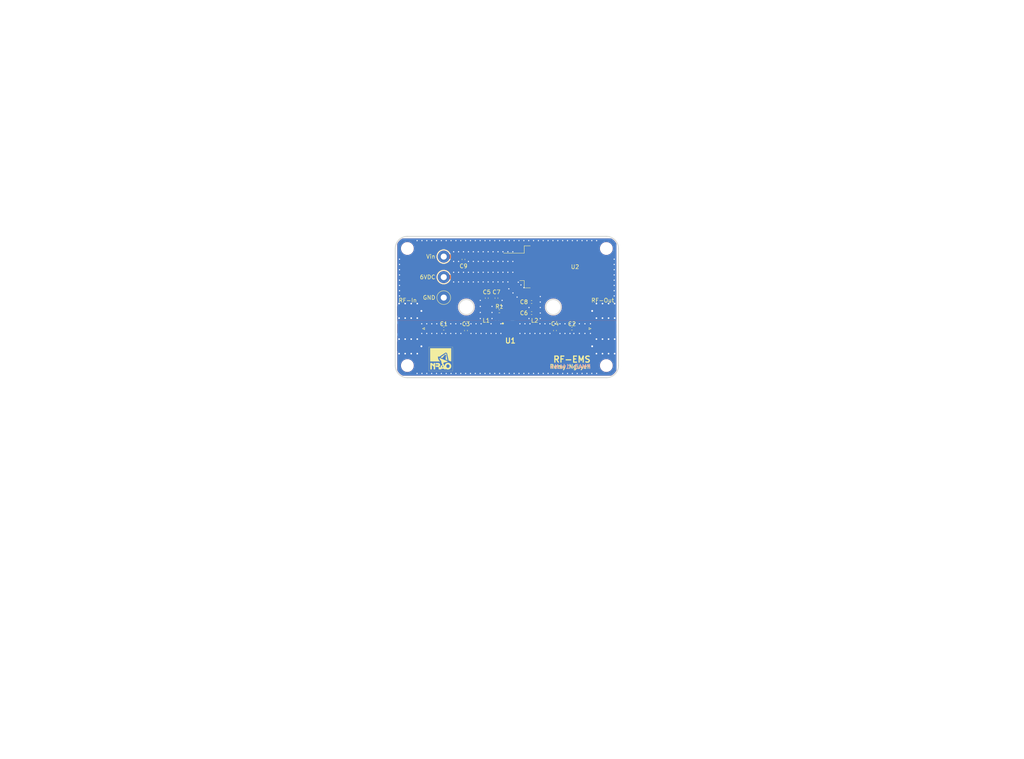
<source format=kicad_pcb>
(kicad_pcb (version 20221018) (generator pcbnew)
  (layers (0 "F.Cu" signal) (1 "In1.Cu" signal) (2 "In2.Cu" signal) (31 "B.Cu" signal) (34 "B.Paste" user) (35 "F.Paste" user) (36 "B.SilkS" user "B.Silkscreen") (37 "F.SilkS" user "F.Silkscreen") (38 "B.Mask" user) (39 "F.Mask" user) (44 "Edge.Cuts" user))
  (net 0 "")
  (net 1 "Net-(J1-In)")
  (net 2 "Net-(IC1-RF-IN)")
  (net 3 "Net-(IC1-RF-OUT_&_VDD)")
  (net 4 "Net-(J2-In)")
  (net 5 "GND")
  (net 6 "Net-(IC1-CURRENT_MIRROR)")
  (net 7 "6VDC")
  (net 8 "Vin")
  (footprint "Capacitor_SMD:C_0402_1005Metric" (layer "F.Cu") (at 122.85 94)
    (fp_text reference "C1" (at 0 -1.16) (layer "F.SilkS"))
    (fp_text value "0.01 uF")
    (pad "1" smd roundrect (at -0.48 0) (size 0.56 0.409) (layers "F.Cu" "F.Paste" "F.Mask") (net 1 "Net-(J1-In)"))
    (pad "2" smd roundrect (at 0.48 0) (size 0.56 0.409) (layers "F.Cu" "F.Paste" "F.Mask") (net 2 "Net-(IC1-RF-IN)"))
  )
  (footprint "Package_TO_SOT_SMD:TO-263-2" (layer "F.Cu") (at 147.6 78.7)
    (fp_text reference "U2" (at 7.75 0) (layer "F.SilkS"))
    (fp_text value "L7806")
    (pad "1" smd roundrect (at -7.65 -2.54) (size 4.6 1.1) (layers "F.Cu" "F.Paste" "F.Mask") (roundrect_rratio 0.2272727273) (net 8 "Vin"))
    (pad "2" smd roundrect (at -0.925 -2.775) (size 4.55 5.25) (layers "F.Cu" "F.Paste") (roundrect_rratio 0.05494505495) (net 5 "GND"))
    (pad "2" smd roundrect (at -0.925 2.775) (size 4.55 5.25) (layers "F.Cu" "F.Paste") (roundrect_rratio 0.05494505495) (net 5 "GND"))
    (pad "2" smd roundrect (at 1.5 0) (size 9.4 10.8) (layers "F.Cu" "F.Mask") (roundrect_rratio 0.02659595745) (net 5 "GND"))
    (pad "2" smd roundrect (at 3.925 -2.775) (size 4.55 5.25) (layers "F.Cu" "F.Paste") (roundrect_rratio 0.05494505495) (net 5 "GND"))
    (pad "2" smd roundrect (at 3.925 2.775) (size 4.55 5.25) (layers "F.Cu" "F.Paste") (roundrect_rratio 0.05494505495) (net 5 "GND"))
    (pad "3" smd roundrect (at -7.65 2.54) (size 4.6 1.1) (layers "F.Cu" "F.Paste" "F.Mask") (roundrect_rratio 0.2272727273) (net 7 "6VDC"))
  )
  (footprint "Capacitor_SMD:C_0402_1005Metric" (layer "F.Cu") (at 127.74 76.86 -90)
    (fp_text reference "C9" (at 1.65 0 -180) (layer "F.SilkS"))
    (fp_text value "0.33 uF")
    (pad "1" smd roundrect (at -0.48 0 270) (size 0.56 0.62) (layers "F.Cu" "F.Paste" "F.Mask") (net 8 "Vin"))
    (pad "2" smd roundrect (at 0.48 0 270) (size 0.56 0.62) (layers "F.Cu" "F.Paste" "F.Mask") (net 5 "GND"))
  )
  (footprint "Capacitor_SMD:C_0402_1005Metric" (layer "F.Cu") (at 144.6 90.15 180)
    (fp_text reference "C6" (at 1.9 0) (layer "F.SilkS"))
    (fp_text value "100 pF")
    (pad "1" smd roundrect (at -0.48 0 180) (size 0.56 0.62) (layers "F.Cu" "F.Paste" "F.Mask") (net 7 "6VDC"))
    (pad "2" smd roundrect (at 0.48 0 180) (size 0.56 0.62) (layers "F.Cu" "F.Paste" "F.Mask") (net 5 "GND"))
  )
  (footprint "Capacitor_SMD:C_0402_1005Metric" (layer "F.Cu") (at 133.5 86.45 -90)
    (fp_text reference "C5" (at -1.5 0 -180) (layer "F.SilkS"))
    (fp_text value "100 pF")
    (pad "1" smd roundrect (at -0.48 0 270) (size 0.56 0.62) (layers "F.Cu" "F.Paste" "F.Mask") (net 5 "GND"))
    (pad "2" smd roundrect (at 0.48 0 270) (size 0.56 0.62) (layers "F.Cu" "F.Paste" "F.Mask") (net 6 "Net-(IC1-CURRENT_MIRROR)"))
  )
  (footprint "TestPoint:TestPoint_Loop_D2.54mm_Drill1.5mm_Beaded" (layer "F.Cu") (at 122.85 86.32)
    (fp_text reference "GND" (at -2 0) (layer "F.SilkS") (effects (justify right)))
    (fp_text value "GND")
    (pad "1" thru_hole circle (at 0 0) (size 3 3) (drill 1.5) (layers "*.Cu" "*.Mask") (net 5 "GND"))
  )
  (footprint "Mini-Circuits:QFN51P300X300X89-13N" (layer "F.Cu") (at 139.35 94)
    (fp_text reference "U1" (at 0 3) (layer "F.SilkS") (effects (font (size 1.27 1.27) (thickness 0.254))))
    (fp_text value "PMA3-14LN+" hide)
    (pad "1" smd rect (at -1.45 -0.51 90) (size 0.25 0.85) (layers "F.Cu" "F.Paste" "F.Mask") (net 6 "Net-(IC1-CURRENT_MIRROR)"))
    (pad "2" smd rect (at -1.45 0 90) (size 0.25 0.85) (layers "F.Cu" "F.Paste" "F.Mask") (net 2 "Net-(IC1-RF-IN)"))
    (pad "3" smd rect (at -1.45 0.51 90) (size 0.25 0.85) (layers "F.Cu" "F.Paste" "F.Mask") (net 5 "GND"))
    (pad "4" smd rect (at -0.51 1.45) (size 0.25 0.85) (layers "F.Cu" "F.Paste" "F.Mask") (net 5 "GND"))
    (pad "5" smd rect (at 0 1.45) (size 0.25 0.85) (layers "F.Cu" "F.Paste" "F.Mask") (net 5 "GND"))
    (pad "6" smd rect (at 0.51 1.45) (size 0.25 0.85) (layers "F.Cu" "F.Paste" "F.Mask") (net 5 "GND"))
    (pad "7" smd rect (at 1.45 0.51 90) (size 0.25 0.85) (layers "F.Cu" "F.Paste" "F.Mask") (net 5 "GND"))
    (pad "8" smd rect (at 1.45 0 90) (size 0.25 0.85) (layers "F.Cu" "F.Paste" "F.Mask") (net 3 "Net-(IC1-RF-OUT_&_VDD)"))
    (pad "9" smd rect (at 1.45 -0.51 90) (size 0.25 0.85) (layers "F.Cu" "F.Paste" "F.Mask") (net 5 "GND"))
    (pad "10" smd rect (at 0.51 -1.45) (size 0.25 0.85) (layers "F.Cu" "F.Paste" "F.Mask"))
    (pad "11" smd rect (at 0 -1.45) (size 0.25 0.85) (layers "F.Cu" "F.Paste" "F.Mask") (net 5 "GND"))
    (pad "12" smd rect (at -0.51 -1.45) (size 0.25 0.85) (layers "F.Cu" "F.Paste" "F.Mask") (net 5 "GND"))
    (pad "13" smd rect (at 0 0) (size 1.45 1.45) (layers "F.Cu" "F.Paste" "F.Mask") (net 5 "GND"))
  )
  (footprint "Capacitor_SMD:C_0402_1005Metric" (layer "F.Cu") (at 150.38 94.48 90)
    (fp_text reference "C4" (at 1.68 0 180) (layer "F.SilkS"))
    (fp_text value "0.1 pF")
    (pad "1" smd roundrect (at -0.48 0 90) (size 0.56 0.62) (layers "F.Cu" "F.Paste" "F.Mask") (net 5 "GND"))
    (pad "2" smd roundrect (at 0.48 0 90) (size 0.409 0.62) (layers "F.Cu" "F.Paste" "F.Mask") (net 3 "Net-(IC1-RF-OUT_&_VDD)"))
  )
  (footprint "footprints:SMA_Molex_73251-1153_EdgeMount_Horizontal_TunedOSH" (layer "F.Cu") (at 161.31 94 180)
    (fp_text reference "RF-Out" (at -3.79 7) (layer "F.SilkS") (effects (justify right)))
    (fp_text value "Conn_Coaxial" hide)
    (pad "1" smd rect (at -1.72 0 180) (size 5.08 2.29) (layers "F.Cu" "F.Paste" "F.Mask") (net 4 "Net-(J2-In)") (clearance 0.6))
    (pad "2" smd rect (at -1.72 -4.38 180) (size 5.08 2.42) (layers "F.Cu" "F.Paste" "F.Mask") (net 5 "GND"))
    (pad "2" smd rect (at -1.72 -4.38 180) (size 5.08 2.42) (layers "B.Cu" "B.Paste" "B.Mask") (net 5 "GND"))
    (pad "2" smd rect (at -1.72 4.38 180) (size 5.08 2.42) (layers "F.Cu" "F.Paste" "F.Mask") (net 5 "GND"))
    (pad "2" smd rect (at -1.72 4.38 180) (size 5.08 2.42) (layers "B.Cu" "B.Paste" "B.Mask") (net 5 "GND"))
    (pad "2" smd rect (at 1.27 -4.38 180) (size 0.95 0.46) (layers "F.Cu") (net 5 "GND"))
    (pad "2" smd rect (at 1.27 -4.38 180) (size 0.95 0.46) (layers "B.Cu") (net 5 "GND"))
    (pad "2" smd rect (at 1.27 4.38 180) (size 0.95 0.46) (layers "F.Cu") (net 5 "GND"))
    (pad "2" smd rect (at 1.27 4.38 180) (size 0.95 0.46) (layers "B.Cu") (net 5 "GND"))
    (pad "2" thru_hole circle (at 1.72 -4.38 180) (size 0.97 0.97) (drill 0.46) (layers "*.Cu") (net 5 "GND"))
    (pad "2" thru_hole circle (at 1.72 4.38 180) (size 0.97 0.97) (drill 0.46) (layers "*.Cu") (net 5 "GND"))
  )
  (footprint "FabDrawingTemplates:FabDrawing-4Layer-Metric-Compact-OSH" (layer "F.Cu") (at 55.5 135.5)
    (fp_text reference " " hide)
    (fp_text value " " hide)
  )
  (footprint "Capacitor_SMD:C_0402_1005Metric" (layer "F.Cu") (at 128.35 94.48 90)
    (fp_text reference "C3" (at 1.63 0 180) (layer "F.SilkS"))
    (fp_text value "0.2 pF")
    (pad "1" smd roundrect (at -0.48 0 90) (size 0.56 0.62) (layers "F.Cu" "F.Paste" "F.Mask") (net 5 "GND"))
    (pad "2" smd roundrect (at 0.48 0 90) (size 0.409 0.62) (layers "F.Cu" "F.Paste" "F.Mask") (net 2 "Net-(IC1-RF-IN)"))
  )
  (footprint "TestPoint:TestPoint_Loop_D2.54mm_Drill1.5mm_Beaded" (layer "F.Cu") (at 122.85 81.24)
    (fp_text reference "6VDC" (at -2 0) (layer "F.SilkS") (effects (justify right)))
    (fp_text value "6VDC")
    (pad "1" thru_hole circle (at 0 0) (size 3 3) (drill 1.5) (layers "*.Cu" "*.Mask") (net 7 "6VDC"))
  )
  (footprint "MountingHole:MountingHole_2.7mm_M2.5" (layer "F.Cu") (at 163.1 103.15)
    (fp_text reference "REF**" hide)
    (fp_text value "MountingHole_2.7mm_M2.5" hide)
    (pad "" np_thru_hole circle (at 0 0) (size 2.7 2.7) (drill 2.7) (layers "*.Mask" "F.Cu" "In1.Cu" "In2.Cu" "B.Cu"))
  )
  (footprint "Capacitor_SMD:C_0402_1005Metric" (layer "F.Cu") (at 135.9 86.45 -90)
    (fp_text reference "C7" (at -1.5 0 -180) (layer "F.SilkS"))
    (fp_text value "0.1 uF")
    (pad "1" smd roundrect (at -0.48 0 270) (size 0.56 0.62) (layers "F.Cu" "F.Paste" "F.Mask") (net 5 "GND"))
    (pad "2" smd roundrect (at 0.48 0 270) (size 0.56 0.62) (layers "F.Cu" "F.Paste" "F.Mask") (net 6 "Net-(IC1-CURRENT_MIRROR)"))
  )
  (footprint "Capacitor_SMD:C_0402_1005Metric" (layer "F.Cu") (at 154.58 94)
    (fp_text reference "C2" (at 0 -1.16) (layer "F.SilkS"))
    (fp_text value "0.01 uF")
    (pad "1" smd roundrect (at -0.48 0) (size 0.56 0.409) (layers "F.Cu" "F.Paste" "F.Mask") (net 3 "Net-(IC1-RF-OUT_&_VDD)"))
    (pad "2" smd roundrect (at 0.48 0) (size 0.56 0.409) (layers "F.Cu" "F.Paste" "F.Mask") (net 4 "Net-(J2-In)"))
  )
  (footprint "Resistor_SMD:R_0402_1005Metric" (layer "F.Cu") (at 136.61 89.7)
    (fp_text reference "R1" (at 0 -1.17) (layer "F.SilkS"))
    (fp_text value "510 Ω")
    (pad "1" smd roundrect (at -0.51 0) (size 0.54 0.64) (layers "F.Cu" "F.Paste" "F.Mask") (net 6 "Net-(IC1-CURRENT_MIRROR)"))
    (pad "2" smd roundrect (at 0.51 0) (size 0.54 0.64) (layers "F.Cu" "F.Paste" "F.Mask") (net 5 "GND"))
  )
  (footprint "Inductor_SMD:L_0402_1005Metric" (layer "F.Cu") (at 145.35 93.515 -90)
    (fp_text reference "L2" (at -1.525 0) (layer "F.SilkS"))
    (fp_text value "900 nH")
    (pad "1" smd rect (at -0.485 0 270) (size 0.59 0.64) (layers "F.Cu" "F.Paste" "F.Mask") (net 7 "6VDC"))
    (pad "2" smd roundrect (at 0.485 0 270) (size 0.409 0.64) (layers "F.Cu" "F.Paste" "F.Mask") (net 3 "Net-(IC1-RF-OUT_&_VDD)"))
  )
  (footprint "TestPoint:TestPoint_Loop_D2.54mm_Drill1.5mm_Beaded" (layer "F.Cu") (at 122.85 76.16)
    (fp_text reference "Vin" (at -2 0) (layer "F.SilkS") (effects (justify right)))
    (fp_text value "Vin")
    (pad "1" thru_hole circle (at 0 0) (size 3 3) (drill 1.5) (layers "*.Cu" "*.Mask") (net 8 "Vin"))
  )
  (footprint "Capacitor_SMD:C_0402_1005Metric" (layer "F.Cu") (at 144.6 87.4 180)
    (fp_text reference "C8" (at 1.9 0) (layer "F.SilkS"))
    (fp_text value "0.1 uf")
    (pad "1" smd roundrect (at -0.48 0 180) (size 0.56 0.62) (layers "F.Cu" "F.Paste" "F.Mask") (net 7 "6VDC"))
    (pad "2" smd roundrect (at 0.48 0 180) (size 0.56 0.62) (layers "F.Cu" "F.Paste" "F.Mask") (net 5 "GND"))
  )
  (footprint "footprints.pretty:nrao1_6mm_silk" (layer "F.Cu") (at 122.1 101.5)
    (fp_text reference "G***" hide)
    (fp_text value "LOGO" hide)
  )
  (footprint "Inductor_SMD:L_0402_1005Metric" (layer "F.Cu") (at 133.35 93.515 -90)
    (fp_text reference "L1" (at -1.535 0) (layer "F.SilkS"))
    (fp_text value "900 nH")
    (pad "1" smd rect (at -0.485 0 270) (size 0.59 0.64) (layers "F.Cu" "F.Paste" "F.Mask") (net 6 "Net-(IC1-CURRENT_MIRROR)"))
    (pad "2" smd roundrect (at 0.485 0 270) (size 0.409 0.64) (layers "F.Cu" "F.Paste" "F.Mask") (net 2 "Net-(IC1-RF-IN)"))
  )
  (footprint "MountingHole:MountingHole_2.7mm_M2.5" (layer "F.Cu") (at 163.1 74.15)
    (fp_text reference "REF**" hide)
    (fp_text value "MountingHole_2.7mm_M2.5" hide)
    (pad "" np_thru_hole circle (at 0 0) (size 2.7 2.7) (drill 2.7) (layers "*.Mask" "F.Cu" "In1.Cu" "In2.Cu" "B.Cu"))
  )
  (footprint "MountingHole:MountingHole_2.7mm_M2.5" (layer "F.Cu") (at 113.85 74.15)
    (fp_text reference "REF**" hide)
    (fp_text value "MountingHole_2.7mm_M2.5" hide)
    (pad "" np_thru_hole circle (at 0 0) (size 2.7 2.7) (drill 2.7) (layers "*.Mask" "F.Cu" "In1.Cu" "In2.Cu" "B.Cu"))
  )
  (footprint "imports:RF-DFS-GCPW-OSH" (layer "F.Cu") (at 207 147.5)
    (fp_text reference "" hide)
    (fp_text value "" hide)
  )
  (footprint "footprints:SMA_Molex_73251-1153_EdgeMount_Horizontal_TunedOSH" (layer "F.Cu") (at 115.6 94)
    (fp_text reference "RF-In" (at -4 -7) (layer "F.SilkS") (effects (justify left)))
    (fp_text value "Conn_Coaxial" hide)
    (pad "1" smd rect (at -1.72 0) (size 5.08 2.29) (layers "F.Cu" "F.Paste" "F.Mask") (net 1 "Net-(J1-In)") (clearance 0.6))
    (pad "2" smd rect (at -1.72 -4.38) (size 5.08 2.42) (layers "F.Cu" "F.Paste" "F.Mask") (net 5 "GND"))
    (pad "2" smd rect (at -1.72 -4.38) (size 5.08 2.42) (layers "B.Cu" "B.Paste" "B.Mask") (net 5 "GND"))
    (pad "2" smd rect (at -1.72 4.38) (size 5.08 2.42) (layers "F.Cu" "F.Paste" "F.Mask") (net 5 "GND"))
    (pad "2" smd rect (at -1.72 4.38) (size 5.08 2.42) (layers "B.Cu" "B.Paste" "B.Mask") (net 5 "GND"))
    (pad "2" smd rect (at 1.27 -4.38) (size 0.95 0.46) (layers "F.Cu") (net 5 "GND"))
    (pad "2" smd rect (at 1.27 -4.38) (size 0.95 0.46) (layers "B.Cu") (net 5 "GND"))
    (pad "2" smd rect (at 1.27 4.38) (size 0.95 0.46) (layers "F.Cu") (net 5 "GND"))
    (pad "2" smd rect (at 1.27 4.38) (size 0.95 0.46) (layers "B.Cu") (net 5 "GND"))
    (pad "2" thru_hole circle (at 1.72 -4.38) (size 0.97 0.97) (drill 0.46) (layers "*.Cu") (net 5 "GND"))
    (pad "2" thru_hole circle (at 1.72 4.38) (size 0.97 0.97) (drill 0.46) (layers "*.Cu") (net 5 "GND"))
  )
  (footprint "MountingHole:MountingHole_2.7mm_M2.5" (layer "F.Cu") (at 113.85 103.15)
    (fp_text reference "REF**" hide)
    (fp_text value "MountingHole_2.7mm_M2.5" hide)
    (pad "" np_thru_hole circle (at 0 0) (size 2.7 2.7) (drill 2.7) (layers "*.Cu" "*.Mask"))
  )
  (gr_arc (start 166.100001 103.150001) (mid 165.221321 105.271321) (end 163.100001 106.150001) (stroke (width 0.2)) (layer "Edge.Cuts"))
  (gr_line (start 166.1 88.65) (end 166.100001 74.149999) (stroke (width 0.2)) (layer "Edge.Cuts"))
  (gr_arc (start 110.85 74.15) (mid 111.72868 72.02868) (end 113.85 71.15) (stroke (width 0.2)) (layer "Edge.Cuts"))
  (gr_line (start 163.100001 71.149999) (end 113.85 71.15) (stroke (width 0.2)) (layer "Edge.Cuts"))
  (gr_arc (start 163.100001 71.149999) (mid 165.221321 72.028679) (end 166.100001 74.149999) (stroke (width 0.2)) (layer "Edge.Cuts"))
  (gr_line (start 166.100001 103.150001) (end 166.1 88.65) (stroke (width 0.2)) (layer "Edge.Cuts"))
  (gr_line (start 113.849999 106.150001) (end 163.100001 106.150001) (stroke (width 0.2)) (layer "Edge.Cuts"))
  (gr_line (start 110.85 74.15) (end 110.85 88.65) (stroke (width 0.2)) (layer "Edge.Cuts"))
  (gr_circle (center 128.4531 88.65) (end 130.32 88.65) (stroke (width 0.2)) (fill none) (layer "Edge.Cuts"))
  (gr_arc (start 113.849999 106.150001) (mid 111.728679 105.271321) (end 110.849999 103.150001) (stroke (width 0.2)) (layer "Edge.Cuts"))
  (gr_circle (center 149.975486 88.65) (end 151.842386 88.65) (stroke (width 0.2)) (fill none) (layer "Edge.Cuts"))
  (gr_line (start 110.85 88.65) (end 110.849999 103.150001) (stroke (width 0.2)) (layer "Edge.Cuts"))
  (gr_text "PMA3-14LN+" (at 159.35 104) (layer "B.SilkS") (effects (font (size 1 1) (thickness 0.2) bold) (justify left bottom mirror)))
  (gr_text "RF-EMS" (at 159.35 102.5) (layer "F.SilkS") (effects (font (size 1.5 1.5) (thickness 0.3) bold) (justify right bottom)))
  (gr_text "Remy Nguyen" (at 159.35 104) (layer "F.SilkS") (effects (font (size 1 1) (thickness 0.2) bold) (justify right bottom)))
  (segment (start 113.67 94) (end 122.37 94) (width 0.409) (layer "F.Cu") (net 1))
  (segment (start 137.9 94) (end 137.47 94) (width 0.25) (layer "F.Cu") (net 2))
  (segment (start 123.33 94) (end 133.35 94) (width 0.409) (layer "F.Cu") (net 2))
  (segment (start 133.35 94) (end 137 94) (width 0.409) (layer "F.Cu") (net 2))
  (segment (start 140.8 94) (end 141.23 94) (width 0.25) (layer "F.Cu") (net 3))
  (segment (start 154.1 94) (end 141.71 94) (width 0.409) (layer "F.Cu") (net 3))
  (segment (start 163.28 94) (end 155.06 94) (width 0.409) (layer "F.Cu") (net 4))
  (segment (start 149.31 75) (end 149.35 75.04) (width 0.25) (layer "F.Cu") (net 5))
  (via (at 137.87439 105.1) (size 0.6) (drill 0.3) (layers "F.Cu" "B.Cu") (net 5))
  (via (at 154.1 95.2) (size 0.6) (drill 0.3) (layers "F.Cu" "B.Cu") (net 5))
  (via (at 130.667073 105.1) (size 0.6) (drill 0.3) (layers "F.Cu" "B.Cu") (net 5))
  (via (at 152.861 92.8) (size 0.6) (drill 0.3) (layers "F.Cu" "B.Cu") (net 5))
  (via (at 159.17 95.2) (size 0.6) (drill 0.3) (layers "F.Cu" "B.Cu") (net 5))
  (via (at 162.15 91.4) (size 0.8) (drill 0.4) (layers "F.Cu" "B.Cu") (net 5))
  (via (at 134.268292 72.2) (size 0.6) (drill 0.3) (layers "F.Cu" "B.Cu") (net 5))
  (via (at 156.43 92.8) (size 0.6) (drill 0.3) (layers "F.Cu" "B.Cu") (net 5))
  (via (at 131.4 74.96) (size 0.6) (drill 0.3) (layers "F.Cu" "B.Cu") (net 5))
  (via (at 152.861 95.2) (size 0.6) (drill 0.3) (layers "F.Cu" "B.Cu") (net 5))
  (via (at 124.658536 72.2) (size 0.6) (drill 0.3) (layers "F.Cu" "B.Cu") (net 5))
  (via (at 113.3 100.2) (size 0.8) (drill 0.4) (layers "F.Cu" "B.Cu") (net 5))
  (via (at 123.457317 72.2) (size 0.6) (drill 0.3) (layers "F.Cu" "B.Cu") (net 5))
  (via (at 154.691463 105.1) (size 0.6) (drill 0.3) (layers "F.Cu" "B.Cu") (net 5))
  (via (at 137.3 87) (size 0.6) (drill 0.3) (layers "F.Cu" "B.Cu") (net 5))
  (via (at 147.905 95.2) (size 0.6) (drill 0.3) (layers "F.Cu" "B.Cu") (net 5))
  (via (at 122.37 92.8) (size 0.6) (drill 0.3) (layers "F.Cu" "B.Cu") (net 5))
  (via (at 163.65 96.6) (size 0.8) (drill 0.4) (layers "F.Cu" "B.Cu") (net 5))
  (via (at 126.514285 74.96) (size 0.6) (drill 0.3) (layers "F.Cu" "B.Cu") (net 5))
  (via (at 136.285714 80.04) (size 0.6) (drill 0.3) (layers "F.Cu" "B.Cu") (net 5))
  (via (at 117.451219 72.2) (size 0.6) (drill 0.3) (layers "F.Cu" "B.Cu") (net 5))
  (via (at 143.880487 105.1) (size 0.6) (drill 0.3) (layers "F.Cu" "B.Cu") (net 5))
  (via (at 165.05 85.9) (size 0.6) (drill 0.3) (layers "F.Cu" "B.Cu") (net 5))
  (via (at 122.256097 72.2) (size 0.6) (drill 0.3) (layers "F.Cu" "B.Cu") (net 5))
  (via (at 136.285714 77.36) (size 0.6) (drill 0.3) (layers "F.Cu" "B.Cu") (net 5))
  (via (at 127.063414 105.1) (size 0.6) (drill 0.3) (layers "F.Cu" "B.Cu") (net 5))
  (via (at 138.728571 82.44) (size 0.6) (drill 0.3) (layers "F.Cu" "B.Cu") (net 5))
  (via (at 146.75 88.775) (size 0.6) (drill 0.3) (layers "F.Cu" "B.Cu") (net 5))
  (via (at 132.0975 95.2) (size 0.6) (drill 0.3) (layers "F.Cu" "B.Cu") (net 5))
  (via (at 131.868292 105.1) (size 0.6) (drill 0.3) (layers "F.Cu" "B.Cu") (net 5))
  (via (at 131.9 87) (size 0.6) (drill 0.3) (layers "F.Cu" "B.Cu") (net 5))
  (via (at 143.878048 72.2) (size 0.6) (drill 0.3) (layers "F.Cu" "B.Cu") (net 5))
  (via (at 149.884146 72.2) (size 0.6) (drill 0.3) (layers "F.Cu" "B.Cu") (net 5))
  (via (at 130.845 95.2) (size 0.6) (drill 0.3) (layers "F.Cu" "B.Cu") (net 5))
  (via (at 142.7 83.85) (size 0.6) (drill 0.3) (layers "F.Cu" "B.Cu") (net 5))
  (via (at 146.75 91.5) (size 0.6) (drill 0.3) (layers "F.Cu" "B.Cu") (net 5))
  (via (at 116.25 72.2) (size 0.6) (drill 0.3) (layers "F.Cu" "B.Cu") (net 5))
  (via (at 134.8 90) (size 0.6) (drill 0.3) (layers "F.Cu" "B.Cu") (net 5))
  (via (at 134.8 91.5) (size 0.6) (drill 0.3) (layers "F.Cu" "B.Cu") (net 5))
  (via (at 117.398571 92.8) (size 0.6) (drill 0.3) (layers "F.Cu" "B.Cu") (net 5))
  (via (at 148.682926 72.2) (size 0.6) (drill 0.3) (layers "F.Cu" "B.Cu") (net 5))
  (via (at 128.957142 74.96) (size 0.6) (drill 0.3) (layers "F.Cu" "B.Cu") (net 5))
  (via (at 138.728571 74.96) (size 0.6) (drill 0.3) (layers "F.Cu" "B.Cu") (net 5))
  (via (at 132.0975 92.8) (size 0.6) (drill 0.3) (layers "F.Cu" "B.Cu") (net 5))
  (via (at 129.465853 105.1) (size 0.6) (drill 0.3) (layers "F.Cu" "B.Cu") (net 5))
  (via (at 122.258536 105.1) (size 0.6) (drill 0.3) (layers "F.Cu" "B.Cu") (net 5))
  (via (at 119.884285 95.2) (size 0.6) (drill 0.3) (layers "F.Cu" "B.Cu") (net 5))
  (via (at 165.15 87.8) (size 0.8) (drill 0.4) (layers "F.Cu" "B.Cu") (net 5))
  (via (at 126.514285 80.04) (size 0.6) (drill 0.3) (layers "F.Cu" "B.Cu") (net 5))
  (via (at 125.859756 72.2) (size 0.6) (drill 0.3) (layers "F.Cu" "B.Cu") (net 5))
  (via (at 152.286585 72.2) (size 0.6) (drill 0.3) (layers "F.Cu" "B.Cu") (net 5))
  (via (at 131.4 82.44) (size 0.6) (drill 0.3) (layers "F.Cu" "B.Cu") (net 5))
  (via (at 157.091463 72.2) (size 0.6) (drill 0.3) (layers "F.Cu" "B.Cu") (net 5))
  (via (at 127.735714 74.96) (size 0.6) (drill 0.3) (layers "F.Cu" "B.Cu") (net 5))
  (via (at 127.0875 92.8) (size 0.6) (drill 0.3) (layers "F.Cu" "B.Cu") (net 5))
  (via (at 139.07317 72.2) (size 0.6) (drill 0.3) (layers "F.Cu" "B.Cu") (net 5))
  (via (at 111.8 91.4) (size 0.8) (drill 0.4) (layers "F.Cu" "B.Cu") (net 5))
  (via (at 135.064285 74.96) (size 0.6) (drill 0.3) (layers "F.Cu" "B.Cu") (net 5))
  (via (at 135.064285 82.44) (size 0.6) (drill 0.3) (layers "F.Cu" "B.Cu") (net 5))
  (via (at 153.487804 72.2) (size 0.6) (drill 0.3) (layers "F.Cu" "B.Cu") (net 5))
  (via (at 151.622 92.8) (size 0.6) (drill 0.3) (layers "F.Cu" "B.Cu") (net 5))
  (via (at 130.845 92.8) (size 0.6) (drill 0.3) (layers "F.Cu" "B.Cu") (net 5))
  (via (at 131.4 77.36) (size 0.6) (drill 0.3) (layers "F.Cu" "B.Cu") (net 5))
  (via (at 119.884285 92.8) (size 0.6) (drill 0.3) (layers "F.Cu" "B.Cu") (net 5))
  (via (at 125.292857 82.44) (size 0.6) (drill 0.3) (layers "F.Cu" "B.Cu") (net 5))
  (via (at 134.566666 95.2) (size 0.6) (drill 0.3) (layers "F.Cu" "B.Cu") (net 5))
  (via (at 149.886585 105.1) (size 0.6) (drill 0.3) (layers "F.Cu" "B.Cu") (net 5))
  (via (at 135.471951 105.1) (size 0.6) (drill 0.3) (layers "F.Cu" "B.Cu") (net 5))
  (via (at 114.8 87.8) (size 0.8) (drill 0.4) (layers "F.Cu" "B.Cu") (net 5))
  (via (at 130.178571 77.36) (size 0.6) (drill 0.3) (layers "F.Cu" "B.Cu") (net 5))
  (via (at 165.05 79.4) (size 0.6) (drill 0.3) (layers "F.Cu" "B.Cu") (net 5))
  (via (at 133.35 95.2) (size 0.6) (drill 0.3) (layers "F.Cu" "B.Cu") (net 5))
  (via (at 121.127142 92.8) (size 0.6) (drill 0.3) (layers "F.Cu" "B.Cu") (net 5))
  (via (at 121.057317 105.1) (size 0.6) (drill 0.3) (layers "F.Cu" "B.Cu") (net 5))
  (via (at 133.067073 72.2) (size 0.6) (drill 0.3) (layers "F.Cu" "B.Cu") (net 5))
  (via (at 111.9 80.7) (size 0.6) (drill 0.3) (layers "F.Cu" "B.Cu") (net 5))
  (via (at 128.957142 82.44) (size 0.6) (drill 0.3) (layers "F.Cu" "B.Cu") (net 5))
  (via (at 125.292857 77.36) (size 0.6) (drill 0.3) (layers "F.Cu" "B.Cu") (net 5))
  (via (at 141.3 82.5) (size 0.6) (drill 0.3) (layers "F.Cu" "B.Cu") (net 5))
  (via (at 141.71 92.8) (size 0.6) (drill 0.3) (layers "F.Cu" "B.Cu") (net 5))
  (via (at 139.075609 105.1) (size 0.6) (drill 0.3) (layers "F.Cu" "B.Cu") (net 5))
  (via (at 138.728571 80.04) (size 0.6) (drill 0.3) (layers "F.Cu" "B.Cu") (net 5))
  (via (at 135.064285 80.04) (size 0.6) (drill 0.3) (layers "F.Cu" "B.Cu") (net 5))
  (via (at 132.621428 82.44) (size 0.6) (drill 0.3) (layers "F.Cu" "B.Cu") (net 5))
  (via (at 137.507142 80.04) (size 0.6) (drill 0.3) (layers "F.Cu" "B.Cu") (net 5))
  (via (at 146.666 95.2) (size 0.6) (drill 0.3) (layers "F.Cu" "B.Cu") (net 5))
  (via (at 154.1 92.8) (size 0.6) (drill 0.3) (layers "F.Cu" "B.Cu") (net 5))
  (via (at 122.37 95.2) (size 0.6) (drill 0.3) (layers "F.Cu" "B.Cu") (net 5))
  (via (at 126.514285 82.44) (size 0.6) (drill 0.3) (layers "F.Cu" "B.Cu") (net 5))
  (via (at 145.427 95.2) (size 0.6) (drill 0.3) (layers "F.Cu" "B.Cu") (net 5))
  (via (at 130.664634 72.2) (size 0.6) (drill 0.3) (layers "F.Cu" "B.Cu") (net 5))
  (via (at 125.835 92.8) (size 0.6) (drill 0.3) (layers "F.Cu" "B.Cu") (net 5))
  (via (at 123.33 95.2) (size 0.6) (drill 0.3) (layers "F.Cu" "B.Cu") (net 5))
  (via (at 135.783333 95.2) (size 0.6) (drill 0.3) (layers "F.Cu" "B.Cu") (net 5))
  (via (at 144.188 95.2) (size 0.6) (drill 0.3) (layers "F.Cu" "B.Cu") (net 5))
  (via (at 156.43 95.2) (size 0.6) (drill 0.3) (layers "F.Cu" "B.Cu") (net 5))
  (via (at 146.280487 72.2) (size 0.6) (drill 0.3) (layers "F.Cu" "B.Cu") (net 5))
  (via (at 155.890243 72.2) (size 0.6) (drill 0.3) (layers "F.Cu" "B.Cu") (net 5))
  (via (at 113.3 96.6) (size 0.8) (drill 0.4) (layers "F.Cu" "B.Cu") (net 5))
  (via (at 132.621428 74.96) (size 0.6) (drill 0.3) (layers "F.Cu" "B.Cu") (net 5))
  (via (at 126.514285 77.36) (size 0.6) (drill 0.3) (layers "F.Cu" "B.Cu") (net 5))
  (via (at 139.985051 85.164949) (size 0.6) (drill 0.3) (layers "F.Cu" "B.Cu") (net 5))
  (via (at 131.865853 72.2) (size 0.6) (drill 0.3) (layers "F.Cu" "B.Cu") (net 5))
  (via (at 111.8 100.2) (size 0.8) (drill 0.4) (layers "F.Cu" "B.Cu") (net 5))
  (via (at 136.285714 82.44) (size 0.6) (drill 0.3) (layers "F.Cu" "B.Cu") (net 5))
  (via (at 145.079268 72.2) (size 0.6) (drill 0.3) (layers "F.Cu" "B.Cu") (net 5))
  (via (at 153.490243 105.1) (size 0.6) (drill 0.3) (layers "F.Cu" "B.Cu") (net 5))
  (via (at 125.292857 80.04) (size 0.6) (drill 0.3) (layers "F.Cu" "B.Cu") (net 5))
  (via (at 111.9 83.3) (size 0.6) (drill 0.3) (layers "F.Cu" "B.Cu") (net 5))
  (via (at 165.15 91.4) (size 0.8) (drill 0.4) (layers "F.Cu" "B.Cu") (net 5))
  (via (at 129.5925 95.2) (size 0.6) (drill 0.3) (layers "F.Cu" "B.Cu") (net 5))
  (via (at 157.8 92.8) (size 0.6) (drill 0.3) (layers "F.Cu" "B.Cu") (net 5))
  (via (at 116.252439 105.1) (size 0.6) (drill 0.3) (layers "F.Cu" "B.Cu") (net 5))
  (via (at 141.010051 86.189949) (size 0.6) (drill 0.3) (layers "F.Cu" "B.Cu") (net 5))
  (via (at 155.06 92.8) (size 0.6) (drill 0.3) (layers "F.Cu" "B.Cu") (net 5))
  (via (at 151.087804 105.1) (size 0.6) (drill 0.3) (layers "F.Cu" "B.Cu") (net 5))
  (via (at 146.666 92.8) (size 0.6) (drill 0.3) (layers "F.Cu" "B.Cu") (net 5))
  (via (at 149.144 92.8) (size 0.6) (drill 0.3) (layers "F.Cu" "B.Cu") (net 5))
  (via (at 133.069512 105.1) (size 0.6) (drill 0.3) (layers "F.Cu" "B.Cu") (net 5))
  (via (at 130.178571 74.96) (size 0.6) (drill 0.3) (layers "F.Cu" "B.Cu") (net 5))
  (via (at 131.9 91.5) (size 0.6) (drill 0.3) (layers "F.Cu" "B.Cu") (net 5))
  (via (at 137 95.2) (size 0.6) (drill 0.3) (layers "F.Cu" "B.Cu") (net 5))
  (via (at 142.676829 72.2) (size 0.6) (drill 0.3) (layers "F.Cu" "B.Cu") (net 5))
  (via (at 118.652439 72.2) (size 0.6) (drill 0.3) (layers "F.Cu" "B.Cu") (net 5))
  (via (at 114.8 91.4) (size 0.8) (drill 0.4) (layers "F.Cu" "B.Cu") (net 5))
  (via (at 142.679268 105.1) (size 0.6) (drill 0.3) (layers "F.Cu" "B.Cu") (net 5))
  (via (at 124.5825 95.2) (size 0.6) (drill 0.3) (layers "F.Cu" "B.Cu") (net 5))
  (via (at 165.05 80.7) (size 0.6) (drill 0.3) (layers "F.Cu" "B.Cu") (net 5))
  (via (at 132.621428 77.36) (size 0.6) (drill 0.3) (layers "F.Cu" "B.Cu") (net 5))
  (via (at 158.292682 72.2) (size 0.6) (drill 0.3) (layers "F.Cu" "B.Cu") (net 5))
  (via (at 125.862195 105.1) (size 0.6) (drill 0.3) (layers "F.Cu" "B.Cu") (net 5))
  (via (at 160.65 100.2) (size 0.8) (drill 0.4) (layers "F.Cu" "B.Cu") (net 5))
  (via (at 141.475609 72.2) (size 0.6) (drill 0.3) (layers "F.Cu" "B.Cu") (net 5))
  (via (at 160.65 87.8) (size 0.8) (drill 0.4) (layers "F.Cu" "B.Cu") (net 5))
  (via (at 137 92.8) (size 0.6) (drill 0.3) (layers "F.Cu" "B.Cu") (net 5))
  (via (at 134.566666 92.8) (size 0.6) (drill 0.3) (layers "F.Cu" "B.Cu") (net 5))
  (via (at 138.960051 84.139949) (size 0.6) (drill 0.3) (layers "F.Cu" "B.Cu") (net 5))
  (via (at 160.695121 72.2) (size 0.6) (drill 0.3) (layers "F.Cu" "B.Cu") (net 5))
  (via (at 123.459756 105.1) (size 0.6) (drill 0.3) (layers "F.Cu" "B.Cu") (net 5))
  (via (at 145.081707 105.1) (size 0.6) (drill 0.3) (layers "F.Cu" "B.Cu") (net 5))
  (via (at 147.481707 72.2) (size 0.6) (drill 0.3) (layers "F.Cu" "B.Cu") (net 5))
  (via (at 125.292857 74.96) (size 0.6) (drill 0.3) (layers "F.Cu" "B.Cu") (net 5))
  (via (at 118.641428 92.8) (size 0.6) (drill 0.3) (layers "F.Cu" "B.Cu") (net 5))
  (via (at 114.8 96.6) (size 0.8) (drill 0.4) (layers "F.Cu" "B.Cu") (net 5))
  (via (at 127.0875 95.2) (size 0.6) (drill 0.3) (layers "F.Cu" "B.Cu") (net 5))
  (via (at 111.9 85.9) (size 0.6) (drill 0.3) (layers "F.Cu" "B.Cu") (net 5))
  (via (at 138.728571 77.36) (size 0.6) (drill 0.3) (layers "F.Cu" "B.Cu") (net 5))
  (via (at 121.127142 95.2) (size 0.6) (drill 0.3) (layers "F.Cu" "B.Cu") (net 5))
  (via (at 146.282926 105.1) (size 0.6) (drill 0.3) (layers "F.Cu" "B.Cu") (net 5))
  (via (at 160.65 91.4) (size 0.8) (drill 0.4) (layers "F.Cu" "B.Cu") (net 5))
  (via (at 155.892682 105.1) (size 0.6) (drill 0.3) (layers "F.Cu" "B.Cu") (net 5))
  (via (at 165.05 76.8) (size 0.6) (drill 0.3) (layers "F.Cu" "B.Cu") (net 5))
  (via (at 131.9 90) (size 0.6) (drill 0.3) (layers "F.Cu" "B.Cu") (net 5))
  (via (at 137.871951 72.2) (size 0.6) (drill 0.3) (layers "F.Cu" "B.Cu") (net 5))
  (via (at 139.95 80.04) (size 0.6) (drill 0.3) (layers "F.Cu" "B.Cu") (net 5))
  (via (at 118.641428 95.2) (size 0.6) (drill 0.3) (layers "F.Cu" "B.Cu") (net 5))
  (via (at 151.085365 72.2) (size 0.6) (drill 0.3) (layers "F.Cu" "B.Cu") (net 5))
  (via (at 131.9 88.5) (size 0.6) (drill 0.3) (layers "F.Cu" "B.Cu") (net 5))
  (via (at 132.621428 80.04) (size 0.6) (drill 0.3) (layers "F.Cu" "B.Cu") (net 5))
  (via (at 151.622 95.2) (size 0.6) (drill 0.3) (layers "F.Cu" "B.Cu") (net 5))
  (via (at 117.398571 95.2) (size 0.6) (drill 0.3) (layers "F.Cu" "B.Cu") (net 5))
  (via (at 119.856097 105.1) (size 0.6) (drill 0.3) (layers "F.Cu" "B.Cu") (net 5))
  (via (at 148.685365 105.1) (size 0.6) (drill 0.3) (layers "F.Cu" "B.Cu") (net 5))
  (via (at 150.383 92.8) (size 0.6) (drill 0.3) (layers "F.Cu" "B.Cu") (net 5))
  (via (at 142.949 92.8) (size 0.6) (drill 0.3) (layers "F.Cu" "B.Cu") (net 5))
  (via (at 116.3 100.2) (size 0.8) (drill 0.4) (layers "F.Cu" "B.Cu") (net 5))
  (via (at 137.507142 77.36) (size 0.6) (drill 0.3) (layers "F.Cu" "B.Cu") (net 5))
  (via (at 141.71 95.2) (size 0.6) (drill 0.3) (layers "F.Cu" "B.Cu") (net 5))
  (via (at 133.842857 74.96) (size 0.6) (drill 0.3) (layers "F.Cu" "B.Cu") (net 5))
  (via (at 111.9 82) (size 0.6) (drill 0.3) (layers "F.Cu" "B.Cu") (net 5))
  (via (at 135.064285 77.36) (size 0.6) (drill 0.3) (layers "F.Cu" "B.Cu") (net 5))
  (via (at 127.735714 82.44) (size 0.6) (drill 0.3) (layers "F.Cu" "B.Cu") (net 5))
  (via (at 117.453658 105.1) (size 0.6) (drill 0.3) (layers "F.Cu" "B.Cu") (net 5))
  (via (at 124.660975 105.1) (size 0.6) (drill 0.3) (layers "F.Cu" "B.Cu") (net 5))
  (via (at 133.842857 82.44) (size 0.6) (drill 0.3) (layers "F.Cu" "B.Cu") (net 5))
  (via (at 152.289024 105.1) (size 0.6) (drill 0.3) (layers "F.Cu" "B.Cu") (net 5))
  (via (at 135.469512 72.2) (size 0.6) (drill 0.3) (layers "F.Cu" "B.Cu") (net 5))
  (via (at 163.65 87.8) (size 0.8) (drill 0.4) (layers "F.Cu" "B.Cu") (net 5))
  (via (at 140.27439 72.2) (size 0.6) (drill 0.3) (layers "F.Cu" "B.Cu") (net 5))
  (via (at 160.65 96.6) (size 0.8) (drill 0.4) (layers "F.Cu" "B.Cu") (net 5))
  (via (at 157.8 95.2) (size 0.6) (drill 0.3) (layers "F.Cu" "B.Cu") (net 5))
  (via (at 116.3 96.6) (size 0.8) (drill 0.4) (layers "F.Cu" "B.Cu") (net 5))
  (via (at 149.144 95.2) (size 0.6) (drill 0.3) (layers "F.Cu" "B.Cu") (net 5))
  (via (at 127.735714 80.04) (size 0.6) (drill 0.3) (layers "F.Cu" "B.Cu") (net 5))
  (via (at 160.69756 105.1) (size 0.6) (drill 0.3) (layers "F.Cu" "B.Cu") (net 5))
  (via (at 165.15 100.2) (size 0.8) (drill 0.4) (layers "F.Cu" "B.Cu") (net 5))
  (via (at 128.264634 105.1) (size 0.6) (drill 0.3) (layers "F.Cu" "B.Cu") (net 5))
  (via (at 111.9 84.6) (size 0.6) (drill 0.3) (layers "F.Cu" "B.Cu") (net 5))
  (via (at 165.05 84.6) (size 0.6) (drill 0.3) (layers "F.Cu" "B.Cu") (net 5))
  (via (at 165.15 96.6) (size 0.8) (drill 0.4) (layers "F.Cu" "B.Cu") (net 5))
  (via (at 127.060975 72.2) (size 0.6) (drill 0.3) (layers "F.Cu" "B.Cu") (net 5))
  (via (at 114.8 100.2) (size 0.8) (drill 0.4) (layers "F.Cu" "B.Cu") (net 5))
  (via (at 124.5825 92.8) (size 0.6) (drill 0.3) (layers "F.Cu" "B.Cu") (net 5))
  (via (at 159.496341 105.1) (size 0.6) (drill 0.3) (layers "F.Cu" "B.Cu") (net 5))
  (via (at 165.05 82) (size 0.6) (drill 0.3) (layers "F.Cu" "B.Cu") (net 5))
  (via (at 154.689024 72.2) (size 0.6) (drill 0.3) (layers "F.Cu" "B.Cu") (net 5))
  (via (at 118.654878 105.1) (size 0.6) (drill 0.3) (layers "F.Cu" "B.Cu") (net 5))
  (via (at 131.4 80.04) (size 0.6) (drill 0.3) (layers "F.Cu" "B.Cu") (net 5))
  (via (at 111.9 78.1) (size 0.6) (drill 0.3) (layers "F.Cu" "B.Cu") (net 5))
  (via (at 165.05 78.1) (size 0.6) (drill 0.3) (layers "F.Cu" "B.Cu") (net 5))
  (via (at 144.188 92.8) (size 0.6) (drill 0.3) (layers "F.Cu" "B.Cu") (net 5))
  (via (at 142.949 95.2) (size 0.6) (drill 0.3) (layers "F.Cu" "B.Cu") (net 5))
  (via (at 146.75 90.1375) (size 0.6) (drill 0.3) (layers "F.Cu" "B.Cu") (net 5))
  (via (at 113.3 87.8) (size 0.8) (drill 0.4) (layers "F.Cu" "B.Cu") (net 5))
  (via (at 146.75 86.05) (size 0.6) (drill 0.3) (layers "F.Cu" "B.Cu") (net 5))
  (via (at 129.5925 92.8) (size 0.6) (drill 0.3) (layers "F.Cu" "B.Cu") (net 5))
  (via (at 133.842857 77.36) (size 0.6) (drill 0.3) (layers "F.Cu" "B.Cu") (net 5))
  (via (at 136.670731 72.2) (size 0.6) (drill 0.3) (layers "F.Cu" "B.Cu") (net 5))
  (via (at 141.478048 105.1) (size 0.6) (drill 0.3) (layers "F.Cu" "B.Cu") (net 5))
  (via (at 121.054878 72.2) (size 0.6) (drill 0.3) (layers "F.Cu" "B.Cu") (net 5))
  (via (at 159.17 92.8) (size 0.6) (drill 0.3) (layers "F.Cu" "B.Cu") (net 5))
  (via (at 130.178571 82.44) (size 0.6) (drill 0.3) (layers "F.Cu" "B.Cu") (net 5))
  (via (at 113.3 91.4) (size 0.8) (drill 0.4) (layers "F.Cu" "B.Cu") (net 5))
  (via (at 162.15 96.6) (size 0.8) (drill 0.4) (layers "F.Cu" "B.Cu") (net 5))
  (via (at 133.842857 80.04) (size 0.6) (drill 0.3) (layers "F.Cu" "B.Cu") (net 5))
  (via (at 123.33 92.8) (size 0.6) (drill 0.3) (layers "F.Cu" "B.Cu") (net 5))
  (via (at 128.34 92.8) (size 0.6) (drill 0.3) (layers "F.Cu" "B.Cu") (net 5))
  (via (at 139.95 77.36) (size 0.6) (drill 0.3) (layers "F.Cu" "B.Cu") (net 5))
  (via (at 129.463414 72.2) (size 0.6) (drill 0.3) (layers "F.Cu" "B.Cu") (net 5))
  (via (at 147.484146 105.1) (size 0.6) (drill 0.3) (layers "F.Cu" "B.Cu") (net 5))
  (via (at 111.9 79.4) (size 0.6) (drill 0.3) (layers "F.Cu" "B.Cu") (net 5))
  (via (at 143.95 91.5) (size 0.6) (drill 0.3) (layers "F.Cu" "B.Cu") (net 5))
  (via (at 147.905 92.8) (size 0.6) (drill 0.3) (layers "F.Cu" "B.Cu") (net 5))
  (via (at 119.853658 72.2) (size 0.6) (drill 0.3) (layers "F.Cu" "B.Cu") (net 5))
  (via (at 163.65 91.4) (size 0.8) (drill 0.4) (layers "F.Cu" "B.Cu") (net 5))
  (via (at 162.15 87.8) (size 0.8) (drill 0.4) (layers "F.Cu" "B.Cu") (net 5))
  (via (at 137.507142 74.96) (size 0.6) (drill 0.3) (layers "F.Cu" "B.Cu") (net 5))
  (via (at 134.8 88.5) (size 0.6) (drill 0.3) (layers "F.Cu" "B.Cu") (net 5))
  (via (at 165.05 83.3) (size 0.6) (drill 0.3) (layers "F.Cu" "B.Cu") (net 5))
  (via (at 111.8 87.8) (size 0.8) (drill 0.4) (layers "F.Cu" "B.Cu") (net 5))
  (via (at 128.957142 77.36) (size 0.6) (drill 0.3) (layers "F.Cu" "B.Cu") (net 5))
  (via (at 155.06 95.2) (size 0.6) (drill 0.3) (layers "F.Cu" "B.Cu") (net 5))
  (via (at 139.95 74.96) (size 0.6) (drill 0.3) (layers "F.Cu" "B.Cu") (net 5))
  (via (at 116.3 87.8) (size 0.8) (drill 0.4) (layers "F.Cu" "B.Cu") (net 5))
  (via (at 140.276829 105.1) (size 0.6) (drill 0.3) (layers "F.Cu" "B.Cu") (net 5))
  (via (at 143.95 88.775) (size 0.6) (drill 0.3) (layers "F.Cu" "B.Cu") (net 5))
  (via (at 137.3 88.375) (size 0.6) (drill 0.3) (layers "F.Cu" "B.Cu") (net 5))
  (via (at 162.15 100.2) (size 0.8) (drill 0.4) (layers "F.Cu" "B.Cu") (net 5))
  (via (at 137.507142 82.44) (size 0.6) (drill 0.3) (layers "F.Cu" "B.Cu") (net 5))
  (via (at 128.957142 80.04) (size 0.6) (drill 0.3) (layers "F.Cu" "B.Cu") (net 5))
  (via (at 134.270731 105.1) (size 0.6) (drill 0.3) (layers "F.Cu" "B.Cu") (net 5))
  (via (at 136.285714 74.96) (size 0.6) (drill 0.3) (layers "F.Cu" "B.Cu") (net 5))
  (via (at 157.093902 105.1) (size 0.6) (drill 0.3) (layers "F.Cu" "B.Cu") (net 5))
  (via (at 146.75 87.4125) (size 0.6) (drill 0.3) (layers "F.Cu" "B.Cu") (net 5))
  (via (at 125.835 95.2) (size 0.6) (drill 0.3) (layers "F.Cu" "B.Cu") (net 5))
  (via (at 159.493902 72.2) (size 0.6) (drill 0.3) (layers "F.Cu" "B.Cu") (net 5))
  (via (at 130.178571 80.04) (size 0.6) (drill 0.3) (layers "F.Cu" "B.Cu") (net 5))
  (via (at 111.9 76.8) (size 0.6) (drill 0.3) (layers "F.Cu" "B.Cu") (net 5))
  (via (at 128.262195 72.2) (size 0.6) (drill 0.3) (layers "F.Cu" "B.Cu") (net 5))
  (via (at 158.295121 105.1) (size 0.6) (drill 0.3) (layers "F.Cu" "B.Cu") (net 5))
  (via (at 141.964949 83.185051) (size 0.6) (drill 0.3) (layers "F.Cu" "B.Cu") (net 5))
  (via (at 163.65 100.2) (size 0.8) (drill 0.4) (layers "F.Cu" "B.Cu") (net 5))
  (via (at 116.3 91.4) (size 0.8) (drill 0.4) (layers "F.Cu" "B.Cu") (net 5))
  (via (at 136.67317 105.1) (size 0.6) (drill 0.3) (layers "F.Cu" "B.Cu") (net 5))
  (via (at 111.8 96.6) (size 0.8) (drill 0.4) (layers "F.Cu" "B.Cu") (net 5))
  (segment (start 136.1 93) (end 136.59 93.49) (width 0.4) (layer "F.Cu") (net 6))
  (segment (start 137.47 93.49) (end 137.9 93.49) (width 0.25) (layer "F.Cu") (net 6))
  (segment (start 136.1 87) (end 136.1 89.75) (width 0.8) (layer "F.Cu") (net 6))
  (segment (start 136.59 93.49) (end 137 93.49) (width 0.4) (layer "F.Cu") (net 6))
  (segment (start 136 87) (end 133.35 87) (width 0.8) (layer "F.Cu") (net 6))
  (segment (start 133.35 87) (end 133.35 91.8) (width 0.8) (layer "F.Cu") (net 6))
  (segment (start 136.1 89.75) (end 136.1 93) (width 0.4) (layer "F.Cu") (net 6))
  (segment (start 145.35 91.5) (end 145.35 86.05) (width 1.2) (layer "F.Cu") (net 7))
  (segment (start 145.35 86.05) (end 144.5 85.2) (width 1.2) (layer "F.Cu") (net 7))
  (segment (start 139.95 81.24) (end 122.85 81.24) (width 1.1) (layer "F.Cu") (net 7))
  (segment (start 144.5 85.2) (end 142 85.2) (width 1.2) (layer "F.Cu") (net 7))
  (segment (start 142 85.2) (end 139.95 83.15) (width 1.2) (layer "F.Cu") (net 7))
  (segment (start 139.95 83.15) (end 139.95 81.8) (width 1.2) (layer "F.Cu") (net 7))
  (segment (start 139.95 76.16) (end 122.85 76.16) (width 1.1) (layer "F.Cu") (net 8))
  (zone (net 7) (net_name "6VDC") (layer "F.Cu") (priority 17540) (connect_pads yes (clearance 0)) (min_thickness 0.0254) (fill yes (thermal_gap 0.5) (thermal_bridge_width 0.5))
    (polygon (pts (xy 145.35 91.41) (xy 144.75 91.4941) (xy 144.75784 91.690721) (xy 144.77912 91.859444) (xy 144.810479 92.005916) (xy 144.84856 92.135782) (xy 144.89 92.254691) (xy 144.93144 92.368288) (xy 144.96952 92.482221) (xy 145.00088 92.602136) (xy 145.02216 92.73368) (xy 145.03 92.8825) (xy 145.03 93.03) (xy 145.35 93.0684) (xy 145.67 93.03) (xy 145.67 92.8825) (xy 145.67784 92.73368) (xy 145.69912 92.602136) (xy 145.730479 92.482221) (xy 145.76856 92.368288) (xy 145.81 92.254691) (xy 145.85144 92.135782) (xy 145.88952 92.005916) (xy 145.92088 91.859444) (xy 145.94216 91.690721) (xy 145.95 91.4941)))
  )
  (zone (net 2) (net_name "Net-(IC1-RF-IN)") (layer "F.Cu") (priority 17540) (connect_pads yes (clearance 0)) (min_thickness 0.0254) (fill yes (thermal_gap 0.5) (thermal_bridge_width 0.5))
    (polygon (pts (xy 137.824807 93.875) (xy 137.71222 93.872774) (xy 137.619704 93.866732) (xy 137.542241 93.857827) (xy 137.474813 93.847016) (xy 137.412403 93.83525) (xy 137.349993 93.823484) (xy 137.282565 93.812672) (xy 137.205102 93.803768) (xy 137.112586 93.797726) (xy 137 93.7955) (xy 136.969325 93.7955) (xy 136.89775 94) (xy 136.969325 94.2045) (xy 137 94.2045) (xy 137.112586 94.202274) (xy 137.205102 94.196232) (xy 137.282565 94.187327) (xy 137.349993 94.176516) (xy 137.412403 94.16475) (xy 137.474813 94.152984) (xy 137.542241 94.142172) (xy 137.619704 94.133268) (xy 137.71222 94.127226) (xy 137.824807 94.125) (xy 137.949807 94.125) (xy 137.966512 94) (xy 137.949807 93.875)))
  )
  (zone (net 6) (net_name "Net-(IC1-CURRENT_MIRROR)") (layer "F.Cu") (priority 17540) (connect_pads yes (clearance 0)) (min_thickness 0.0254) (fill yes (thermal_gap 0.5) (thermal_bridge_width 0.5))
    (polygon (pts (xy 137.817 93.365) (xy 137.705516 93.3629) (xy 137.613889 93.3572) (xy 137.537153 93.348799) (xy 137.470344 93.3386) (xy 137.4085 93.3275) (xy 137.346655 93.3164) (xy 137.279846 93.3062) (xy 137.20311 93.2978) (xy 137.111483 93.2921) (xy 137 93.29) (xy 136.97 93.29) (xy 136.9 93.49) (xy 136.97 93.69) (xy 137 93.69) (xy 137.111483 93.6879) (xy 137.20311 93.6822) (xy 137.279846 93.673799) (xy 137.346655 93.6636) (xy 137.4085 93.6525) (xy 137.470344 93.6414) (xy 137.537153 93.6312) (xy 137.613889 93.6228) (xy 137.705516 93.6171) (xy 137.817 93.615) (xy 137.942 93.615) (xy 137.95875 93.49) (xy 137.942 93.365)))
  )
  (zone (net 3) (net_name "Net-(IC1-RF-OUT_&_VDD)") (layer "F.Cu") (priority 17540) (connect_pads yes (clearance 0)) (min_thickness 0.0254) (fill yes (thermal_gap 0.5) (thermal_bridge_width 0.5))
    (polygon (pts (xy 140.875193 94.125) (xy 140.989134 94.127226) (xy 141.082769 94.133268) (xy 141.161172 94.142171) (xy 141.229423 94.152984) (xy 141.292596 94.16475) (xy 141.355769 94.176516) (xy 141.42402 94.187328) (xy 141.502423 94.196232) (xy 141.596058 94.202274) (xy 141.71 94.2045) (xy 141.740675 94.2045) (xy 141.81225 94) (xy 141.740675 93.7955) (xy 141.71 93.7955) (xy 141.596058 93.797726) (xy 141.502423 93.803768) (xy 141.42402 93.812671) (xy 141.355769 93.823484) (xy 141.292596 93.83525) (xy 141.229423 93.847016) (xy 141.161172 93.857828) (xy 141.082769 93.866732) (xy 140.989134 93.872774) (xy 140.875193 93.875) (xy 140.750193 93.875) (xy 140.733488 94) (xy 140.750193 94.125)))
  )
  (zone (net 6) (net_name "Net-(IC1-CURRENT_MIRROR)") (layer "F.Cu") (priority 17540) (connect_pads yes (clearance 0)) (min_thickness 0.0254) (fill yes (thermal_gap 0.5) (thermal_bridge_width 0.5))
    (polygon (pts (xy 133.35 91.74) (xy 132.95 91.7941) (xy 132.95224 91.946122) (xy 132.95832 92.077542) (xy 132.967279 92.192485) (xy 132.97816 92.295081) (xy 132.99 92.389456) (xy 133.00184 92.479739) (xy 133.01272 92.570057) (xy 133.02168 92.664538) (xy 133.02776 92.767309) (xy 133.03 92.8825) (xy 133.03 93.03) (xy 133.35 93.0684) (xy 133.67 93.03) (xy 133.67 92.8825) (xy 133.67224 92.767309) (xy 133.67832 92.664538) (xy 133.687279 92.570057) (xy 133.69816 92.479739) (xy 133.71 92.389456) (xy 133.72184 92.295081) (xy 133.732719 92.192485) (xy 133.74168 92.077542) (xy 133.74776 91.946122) (xy 133.75 91.7941)))
  )
  (zone (net 5) (net_name "GND") (layers "F.Cu" "In1.Cu" "In2.Cu" "B.Cu") (name "GND Fill") (priority 2) (connect_pads yes (clearance 0.6)) (min_thickness 0.25) (fill yes (thermal_gap 0.5) (thermal_bridge_width 0.5) (smoothing fillet) (radius 3))
    (polygon (pts (xy 111.35 92) (xy 165.6 92) (xy 165.6 105.65) (xy 111.35 105.65)))
  )
  (zone (net 5) (net_name "GND") (layers "F.Cu" "In1.Cu" "In2.Cu" "B.Cu") (name "GND Fill") (priority 1) (connect_pads yes (clearance 0.6)) (min_thickness 0.25) (fill yes (thermal_gap 0.5) (thermal_bridge_width 0.5))
    (polygon (pts (xy 135.35 92.5) (xy 135.35 90.65) (xy 141.6 90.65) (xy 141.6 92.5) (xy 137.1 92.5)))
  )
  (zone (net 5) (net_name "GND") (layers "F.Cu" "In1.Cu" "In2.Cu" "B.Cu") (name "GND Fill") (priority 1) (connect_pads yes (clearance 0.3)) (min_thickness 0.25) (fill yes (thermal_gap 0.5) (thermal_bridge_width 0.5) (smoothing fillet) (radius 3))
    (polygon (pts (xy 111.35 96.15) (xy 111.35 71.65) (xy 165.6 71.65) (xy 165.6 96.15)))
  )
)
</source>
